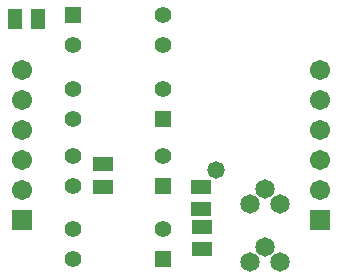
<source format=gbr>
G04*
G04 #@! TF.GenerationSoftware,Altium Limited,Altium Designer,23.0.1 (38)*
G04*
G04 Layer_Color=16711935*
%FSLAX44Y44*%
%MOMM*%
G71*
G04*
G04 #@! TF.SameCoordinates,5B070B88-F475-4B99-B5D3-003285C28A76*
G04*
G04*
G04 #@! TF.FilePolarity,Negative*
G04*
G01*
G75*
%ADD14R,1.2532X1.6532*%
%ADD15C,1.4032*%
%ADD16R,1.4032X1.4032*%
%ADD17R,1.7032X1.7032*%
%ADD18C,1.7032*%
%ADD19C,1.6432*%
%ADD20C,1.4732*%
%ADD29R,1.6532X1.2532*%
D14*
X667744Y877834D02*
D03*
X686744D02*
D03*
D15*
X716330Y735900D02*
D03*
Y761300D02*
D03*
X792530D02*
D03*
X716330Y792822D02*
D03*
Y818222D02*
D03*
X792530D02*
D03*
X716330Y674514D02*
D03*
Y699914D02*
D03*
X792530D02*
D03*
X792530Y881334D02*
D03*
Y855934D02*
D03*
X716330D02*
D03*
D16*
X792530Y735900D02*
D03*
X792530Y792822D02*
D03*
Y674514D02*
D03*
X716330Y881334D02*
D03*
D17*
X673444Y707315D02*
D03*
X925827D02*
D03*
D18*
X673444Y732715D02*
D03*
Y758115D02*
D03*
Y783515D02*
D03*
Y808915D02*
D03*
Y834315D02*
D03*
X925827Y732715D02*
D03*
Y758115D02*
D03*
Y783515D02*
D03*
Y808915D02*
D03*
Y834315D02*
D03*
D19*
X866329Y720624D02*
D03*
X879029Y733324D02*
D03*
X891729Y720624D02*
D03*
X866329Y672104D02*
D03*
X879029Y684804D02*
D03*
X891729Y672104D02*
D03*
D20*
X837418Y749369D02*
D03*
D29*
X824889Y716543D02*
D03*
Y735543D02*
D03*
X741887Y735409D02*
D03*
Y754409D02*
D03*
X825318Y701445D02*
D03*
Y682445D02*
D03*
M02*

</source>
